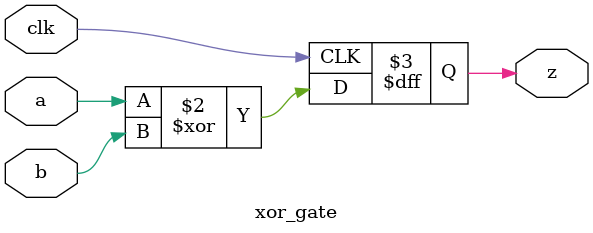
<source format=sv>
module xor_gate(
  input logic a, b, clk,
  output logic z);
  
  always @(posedge clk) begin
    z <= a ^ b;
  end
  
endmodule
</source>
